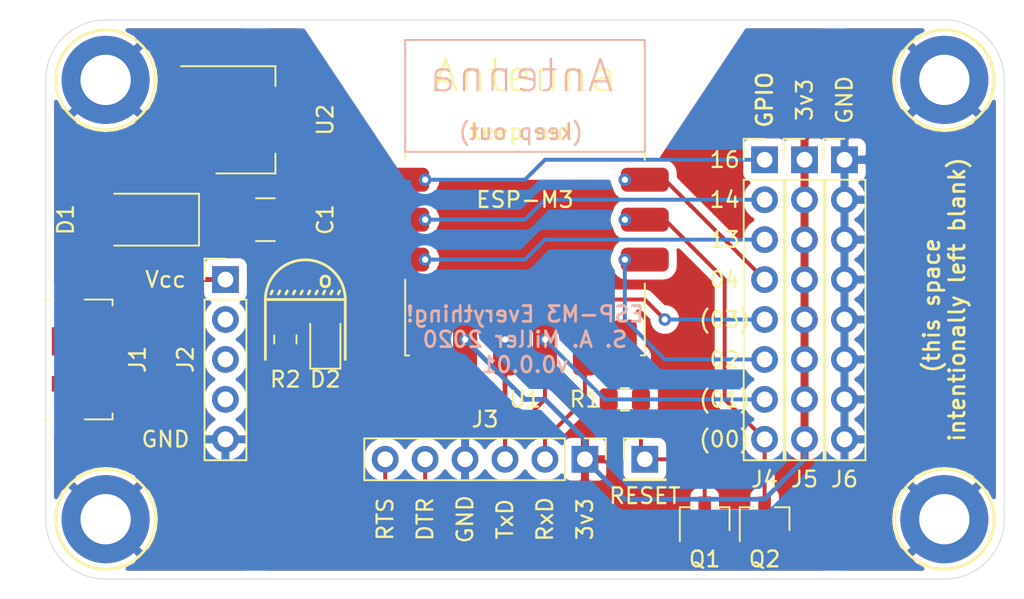
<source format=kicad_pcb>
(kicad_pcb (version 20211014) (generator pcbnew)
  (layers (0 "F.Cu" signal) (31 "B.Cu" signal) (34 "B.Paste" user) (35 "F.Paste" user) (36 "B.SilkS" user "B.Silkscreen") (37 "F.SilkS" user "F.Silkscreen") (38 "B.Mask" user) (39 "F.Mask" user) (44 "Edge.Cuts" user))
  (net 0 "")
  (net 1 "Net-(J1-Pad4)")
  (net 2 "Net-(J1-Pad3)")
  (net 3 "Net-(J1-Pad2)")
  (net 4 "Net-(J2-Pad3)")
  (net 5 "Net-(J2-Pad2)")
  (net 6 "GND")
  (net 7 "+5V")
  (net 8 "+3V3")
  (net 9 "Net-(D1-Pad1)")
  (net 10 "Net-(U1-Pad4)")
  (net 11 "Net-(J2-Pad4)")
  (net 12 "Net-(D2-Pad2)")
  (net 13 "/Reset")
  (net 14 "/RTS")
  (net 15 "/DTR")
  (net 16 "/IO4")
  (net 17 "/IO0")
  (net 18 "/IO2")
  (net 19 "/IO13")
  (net 20 "/IO14")
  (net 21 "/IO16")
  (net 22 "/IO1")
  (net 23 "/IO3")
  (footprint "Connector_PinHeader_2.54mm:PinHeader_1x05_P2.54mm_Vertical" (layer "F.Cu") (at 114.3 96.52)
    (fp_text reference "J2" (at -2.54 5.08 90) (layer "F.SilkS"))
    (fp_text value "Conn_01x05_Male")
    (fp_line (start -1.33 1.27) (end 1.33 1.27) (layer "F.SilkS") (width 0.12))
    (fp_line (start -1.33 -1.33) (end 0 -1.33) (layer "F.SilkS") (width 0.12))
    (fp_line (start -1.33 11.49) (end 1.33 11.49) (layer "F.SilkS") (width 0.12))
    (fp_line (start -1.33 0) (end -1.33 -1.33) (layer "F.SilkS") (width 0.12))
    (fp_line (start 1.33 1.27) (end 1.33 11.49) (layer "F.SilkS") (width 0.12))
    (fp_line (start -1.33 1.27) (end -1.33 11.49) (layer "F.SilkS") (width 0.12))
    (pad "1" thru_hole rect locked (at 0 0) (size 1.7 1.7) (drill 1) (layers *.Cu *.Mask) (net 7 "+5V"))
    (pad "2" thru_hole oval locked (at 0 2.54) (size 1.7 1.7) (drill 1) (layers *.Cu *.Mask) (net 5 "Net-(J2-Pad2)"))
    (pad "3" thru_hole oval locked (at 0 5.08) (size 1.7 1.7) (drill 1) (layers *.Cu *.Mask) (net 4 "Net-(J2-Pad3)"))
    (pad "4" thru_hole oval locked (at 0 7.62) (size 1.7 1.7) (drill 1) (layers *.Cu *.Mask) (net 11 "Net-(J2-Pad4)"))
    (pad "5" thru_hole oval locked (at 0 10.16) (size 1.7 1.7) (drill 1) (layers *.Cu *.Mask) (net 6 "GND"))
  )
  (footprint "Connector_PinHeader_2.54mm:PinHeader_1x06_P2.54mm_Vertical" (layer "F.Cu") (at 137.16 107.95 -90)
    (fp_text reference "J3" (at -2.54 6.35 180) (layer "F.SilkS"))
    (fp_text value "Conn_01x06_Male")
    (fp_line (start -1.33 0) (end -1.33 -1.33) (layer "F.SilkS") (width 0.12))
    (fp_line (start -1.33 1.27) (end 1.33 1.27) (layer "F.SilkS") (width 0.12))
    (fp_line (start -1.33 -1.33) (end 0 -1.33) (layer "F.SilkS") (width 0.12))
    (fp_line (start 1.33 1.27) (end 1.33 14.03) (layer "F.SilkS") (width 0.12))
    (fp_line (start -1.33 14.03) (end 1.33 14.03) (layer "F.SilkS") (width 0.12))
    (fp_line (start -1.33 1.27) (end -1.33 14.03) (layer "F.SilkS") (width 0.12))
    (pad "1" thru_hole rect locked (at 0 0 270) (size 1.7 1.7) (drill 1) (layers *.Cu *.Mask) (net 8 "+3V3"))
    (pad "2" thru_hole oval locked (at 0 2.54 270) (size 1.7 1.7) (drill 1) (layers *.Cu *.Mask) (net 23 "/IO3"))
    (pad "3" thru_hole oval locked (at 0 5.08 270) (size 1.7 1.7) (drill 1) (layers *.Cu *.Mask) (net 22 "/IO1"))
    (pad "4" thru_hole oval locked (at 0 7.62 270) (size 1.7 1.7) (drill 1) (layers *.Cu *.Mask) (net 6 "GND"))
    (pad "5" thru_hole oval locked (at 0 10.16 270) (size 1.7 1.7) (drill 1) (layers *.Cu *.Mask) (net 15 "/DTR"))
    (pad "6" thru_hole oval locked (at 0 12.7 270) (size 1.7 1.7) (drill 1) (layers *.Cu *.Mask) (net 14 "/RTS"))
  )
  (footprint "Package_TO_SOT_SMD:SOT-223-3_TabPin2" (layer "F.Cu") (at 115.57 86.36)
    (fp_text reference "U2" (at 5.08 0 270) (layer "F.SilkS"))
    (fp_text value "AMS1117-3.3")
    (fp_line (start 1.91 3.41) (end 1.91 2.15) (layer "F.SilkS") (width 0.12))
    (fp_line (start 1.91 -3.41) (end 1.91 -2.15) (layer "F.SilkS") (width 0.12))
    (fp_line (start -4.1 -3.41) (end 1.91 -3.41) (layer "F.SilkS") (width 0.12))
    (fp_line (start -1.85 3.41) (end 1.91 3.41) (layer "F.SilkS") (width 0.12))
    (pad "1" smd rect locked (at -3.15 -2.3) (size 2 1.5) (layers "F.Cu" "F.Paste" "F.Mask") (net 6 "GND"))
    (pad "2" smd rect locked (at -3.15 0) (size 2 1.5) (layers "F.Cu" "F.Paste" "F.Mask") (net 8 "+3V3"))
    (pad "2" smd rect locked (at 3.15 0) (size 2 3.8) (layers "F.Cu" "F.Paste" "F.Mask") (net 8 "+3V3"))
    (pad "3" smd rect locked (at -3.15 2.3) (size 2 1.5) (layers "F.Cu" "F.Paste" "F.Mask") (net 9 "Net-(D1-Pad1)"))
  )
  (footprint "Connector_USB:USB_Micro-B_Molex_47346-0001" (layer "F.Cu") (at 105.41 101.6 -90)
    (fp_text reference "J1" (at 0 -3.3 -90) (layer "F.SilkS"))
    (fp_text value "USB_B_Micro")
    (fp_line (start 3.81 -1.71) (end 3.43 -1.71) (layer "F.SilkS") (width 0.12))
    (fp_line (start -3.81 0.06) (end -3.81 -1.71) (layer "F.SilkS") (width 0.12))
    (fp_line (start -3.81 2.6) (end -3.81 2.34) (layer "F.SilkS") (width 0.12))
    (fp_line (start -3.81 -1.71) (end -3.43 -1.71) (layer "F.SilkS") (width 0.12))
    (fp_line (start 3.81 2.34) (end 3.81 2.6) (layer "F.SilkS") (width 0.12))
    (fp_line (start 3.81 -1.71) (end 3.81 0.06) (layer "F.SilkS") (width 0.12))
    (pad "1" smd rect locked (at -1.3 -1.46 270) (size 0.45 1.38) (layers "F.Cu" "F.Paste" "F.Mask") (net 7 "+5V"))
    (pad "2" smd rect locked (at -0.65 -1.46 270) (size 0.45 1.38) (layers "F.Cu" "F.Paste" "F.Mask") (net 3 "Net-(J1-Pad2)"))
    (pad "3" smd rect locked (at 0 -1.46 270) (size 0.45 1.38) (layers "F.Cu" "F.Paste" "F.Mask") (net 2 "Net-(J1-Pad3)"))
    (pad "4" smd rect locked (at 0.65 -1.46 270) (size 0.45 1.38) (layers "F.Cu" "F.Paste" "F.Mask") (net 1 "Net-(J1-Pad4)"))
    (pad "5" smd rect locked (at 1.3 -1.46 270) (size 0.45 1.38) (layers "F.Cu" "F.Paste" "F.Mask") (net 6 "GND"))
    (pad "6" smd rect locked (at 1.55 1.2 270) (size 1 1.9) (layers "F.Cu" "F.Paste" "F.Mask") (net 6 "GND"))
    (pad "6" smd rect locked (at 2.4875 -1.375 270) (size 1.425 1.55) (layers "F.Cu" "F.Paste" "F.Mask") (net 6 "GND"))
    (pad "6" smd rect locked (at 3.375 1.2 270) (size 1.65 1.3) (layers "F.Cu" "F.Paste" "F.Mask") (net 6 "GND"))
    (pad "6" smd rect locked (at -1.15 1.2 270) (size 1.8 1.9) (layers "F.Cu" "F.Paste" "F.Mask") (net 6 "GND"))
    (pad "6" smd rect locked (at -3.375 1.2 270) (size 1.65 1.3) (layers "F.Cu" "F.Paste" "F.Mask") (net 6 "GND"))
    (pad "6" smd rect locked (at -2.4875 -1.375 270) (size 1.425 1.55) (layers "F.Cu" "F.Paste" "F.Mask") (net 6 "GND"))
  )
  (footprint "Connector_PinHeader_2.54mm:PinHeader_1x08_P2.54mm_Vertical" (layer "F.Cu") (at 148.59 88.9)
    (fp_text reference "J4" (at 0 20.32) (layer "F.SilkS"))
    (fp_text value "Conn_01x08_Male")
    (fp_line (start 1.33 1.27) (end 1.33 19.11) (layer "F.SilkS") (width 0.12))
    (fp_line (start -1.33 1.27) (end -1.33 19.11) (layer "F.SilkS") (width 0.12))
    (fp_line (start -1.33 19.11) (end 1.33 19.11) (layer "F.SilkS") (width 0.12))
    (fp_line (start -1.33 0) (end -1.33 -1.33) (layer "F.SilkS") (width 0.12))
    (fp_line (start -1.33 -1.33) (end 0 -1.33) (layer "F.SilkS") (width 0.12))
    (fp_line (start -1.33 1.27) (end 1.33 1.27) (layer "F.SilkS") (width 0.12))
    (pad "1" thru_hole rect locked (at 0 0) (size 1.7 1.7) (drill 1) (layers *.Cu *.Mask) (net 21 "/IO16"))
    (pad "2" thru_hole oval locked (at 0 2.54) (size 1.7 1.7) (drill 1) (layers *.Cu *.Mask) (net 20 "/IO14"))
    (pad "3" thru_hole oval locked (at 0 5.08) (size 1.7 1.7) (drill 1) (layers *.Cu *.Mask) (net 19 "/IO13"))
    (pad "4" thru_hole oval locked (at 0 7.62) (size 1.7 1.7) (drill 1) (layers *.Cu *.Mask) (net 16 "/IO4"))
    (pad "5" thru_hole oval locked (at 0 10.16) (size 1.7 1.7) (drill 1) (layers *.Cu *.Mask) (net 23 "/IO3"))
    (pad "6" thru_hole oval locked (at 0 12.7) (size 1.7 1.7) (drill 1) (layers *.Cu *.Mask) (net 18 "/IO2"))
    (pad "7" thru_hole oval locked (at 0 15.24) (size 1.7 1.7) (drill 1) (layers *.Cu *.Mask) (net 22 "/IO1"))
    (pad "8" thru_hole oval locked (at 0 17.78) (size 1.7 1.7) (drill 1) (layers *.Cu *.Mask) (net 17 "/IO0"))
  )
  (footprint "Connector_PinHeader_2.54mm:PinHeader_1x08_P2.54mm_Vertical" (layer "F.Cu") (at 151.13 88.9)
    (fp_text reference "J5" (at 0 20.32) (layer "F.SilkS"))
    (fp_text value "Conn_01x08_Male")
    (fp_line (start 1.33 1.27) (end 1.33 19.11) (layer "F.SilkS") (width 0.12))
    (fp_line (start -1.33 19.11) (end 1.33 19.11) (layer "F.SilkS") (width 0.12))
    (fp_line (start -1.33 1.27) (end -1.33 19.11) (layer "F.SilkS") (width 0.12))
    (fp_line (start -1.33 1.27) (end 1.33 1.27) (layer "F.SilkS") (width 0.12))
    (fp_line (start -1.33 0) (end -1.33 -1.33) (layer "F.SilkS") (width 0.12))
    (fp_line (start -1.33 -1.33) (end 0 -1.33) (layer "F.SilkS") (width 0.12))
    (pad "1" thru_hole rect locked (at 0 0) (size 1.7 1.7) (drill 1) (layers *.Cu *.Mask) (net 8 "+3V3"))
    (pad "2" thru_hole oval locked (at 0 2.54) (size 1.7 1.7) (drill 1) (layers *.Cu *.Mask) (net 8 "+3V3"))
    (pad "3" thru_hole oval locked (at 0 5.08) (size 1.7 1.7) (drill 1) (layers *.Cu *.Mask) (net 8 "+3V3"))
    (pad "4" thru_hole oval locked (at 0 7.62) (size 1.7 1.7) (drill 1) (layers *.Cu *.Mask) (net 8 "+3V3"))
    (pad "5" thru_hole oval locked (at 0 10.16) (size 1.7 1.7) (drill 1) (layers *.Cu *.Mask) (net 8 "+3V3"))
    (pad "6" thru_hole oval locked (at 0 12.7) (size 1.7 1.7) (drill 1) (layers *.Cu *.Mask) (net 8 "+3V3"))
    (pad "7" thru_hole oval locked (at 0 15.24) (size 1.7 1.7) (drill 1) (layers *.Cu *.Mask) (net 8 "+3V3"))
    (pad "8" thru_hole oval locked (at 0 17.78) (size 1.7 1.7) (drill 1) (layers *.Cu *.Mask) (net 8 "+3V3"))
  )
  (footprint "Connector_PinHeader_2.54mm:PinHeader_1x08_P2.54mm_Vertical" (layer "F.Cu") (at 153.67 88.9)
    (fp_text reference "J6" (at 0 20.32) (layer "F.SilkS"))
    (fp_text value "Conn_01x08_Male")
    (fp_line (start -1.33 19.11) (end 1.33 19.11) (layer "F.SilkS") (width 0.12))
    (fp_line (start -1.33 0) (end -1.33 -1.33) (layer "F.SilkS") (width 0.12))
    (fp_line (start -1.33 1.27) (end -1.33 19.11) (layer "F.SilkS") (width 0.12))
    (fp_line (start 1.33 1.27) (end 1.33 19.11) (layer "F.SilkS") (width 0.12))
    (fp_line (start -1.33 -1.33) (end 0 -1.33) (layer "F.SilkS") (width 0.12))
    (fp_line (start -1.33 1.27) (end 1.33 1.27) (layer "F.SilkS") (width 0.12))
    (pad "1" thru_hole rect locked (at 0 0) (size 1.7 1.7) (drill 1) (layers *.Cu *.Mask) (net 6 "GND"))
    (pad "2" thru_hole oval locked (at 0 2.54) (size 1.7 1.7) (drill 1) (layers *.Cu *.Mask) (net 6 "GND"))
    (pad "3" thru_hole oval locked (at 0 5.08) (size 1.7 1.7) (drill 1) (layers *.Cu *.Mask) (net 6 "GND"))
    (pad "4" thru_hole oval locked (at 0 7.62) (size 1.7 1.7) (drill 1) (layers *.Cu *.Mask) (net 6 "GND"))
    (pad "5" thru_hole oval locked (at 0 10.16) (size 1.7 1.7) (drill 1) (layers *.Cu *.Mask) (net 6 "GND"))
    (pad "6" thru_hole oval locked (at 0 12.7) (size 1.7 1.7) (drill 1) (layers *.Cu *.Mask) (net 6 "GND"))
    (pad "7" thru_hole oval locked (at 0 15.24) (size 1.7 1.7) (drill 1) (layers *.Cu *.Mask) (net 6 "GND"))
    (pad "8" thru_hole oval locked (at 0 17.78) (size 1.7 1.7) (drill 1) (layers *.Cu *.Mask) (net 6 "GND"))
  )
  (footprint "Package_TO_SOT_SMD:SOT-23" (layer "F.Cu") (at 144.78 111.76 90)
    (fp_text reference "Q1" (at -2.54 0 180) (layer "F.SilkS"))
    (fp_text value "MMBT3904")
    (fp_line (start 0.76 -1.58) (end -1.4 -1.58) (layer "F.SilkS") (width 0.12))
    (fp_line (start 0.76 1.58) (end 0.76 0.65) (layer "F.SilkS") (width 0.12))
    (fp_line (start 0.76 -1.58) (end 0.76 -0.65) (layer "F.SilkS") (width 0.12))
    (fp_line (start 0.76 1.58) (end -0.7 1.58) (layer "F.SilkS") (width 0.12))
    (pad "1" smd rect locked (at -1 -0.95 90) (size 0.9 0.8) (layers "F.Cu" "F.Paste" "F.Mask") (net 15 "/DTR"))
    (pad "2" smd rect locked (at -1 0.95 90) (size 0.9 0.8) (layers "F.Cu" "F.Paste" "F.Mask") (net 14 "/RTS"))
    (pad "3" smd rect locked (at 1 0 90) (size 0.9 0.8) (layers "F.Cu" "F.Paste" "F.Mask") (net 13 "/Reset"))
  )
  (footprint "Package_TO_SOT_SMD:SOT-23" (layer "F.Cu") (at 148.59 111.76 90)
    (fp_text reference "Q2" (at -2.54 0 180) (layer "F.SilkS"))
    (fp_text value "MMBT3904")
    (fp_line (start 0.76 1.58) (end 0.76 0.65) (layer "F.SilkS") (width 0.12))
    (fp_line (start 0.76 -1.58) (end 0.76 -0.65) (layer "F.SilkS") (width 0.12))
    (fp_line (start 0.76 1.58) (end -0.7 1.58) (layer "F.SilkS") (width 0.12))
    (fp_line (start 0.76 -1.58) (end -1.4 -1.58) (layer "F.SilkS") (width 0.12))
    (pad "1" smd rect locked (at -1 -0.95 90) (size 0.9 0.8) (layers "F.Cu" "F.Paste" "F.Mask") (net 14 "/RTS"))
    (pad "2" smd rect locked (at -1 0.95 90) (size 0.9 0.8) (layers "F.Cu" "F.Paste" "F.Mask") (net 15 "/DTR"))
    (pad "3" smd rect locked (at 1 0 90) (size 0.9 0.8) (layers "F.Cu" "F.Paste" "F.Mask") (net 17 "/IO0"))
  )
  (footprint "Diode_SMD:D_SMA" (layer "F.Cu") (at 109.22 92.71 180)
    (fp_text reference "D1" (at 5.08 0 90) (layer "F.SilkS"))
    (fp_text value "MRA4003T3G")
    (fp_line (start -3.4 1.65) (end 2 1.65) (layer "F.SilkS") (width 0.12))
    (fp_line (start -3.4 -1.65) (end 2 -1.65) (layer "F.SilkS") (width 0.12))
    (fp_line (start -3.4 -1.65) (end -3.4 1.65) (layer "F.SilkS") (width 0.12))
    (pad "1" smd rect locked (at -2 0 180) (size 2.5 1.8) (layers "F.Cu" "F.Paste" "F.Mask") (net 9 "Net-(D1-Pad1)"))
    (pad "2" smd rect locked (at 2 0 180) (size 2.5 1.8) (layers "F.Cu" "F.Paste" "F.Mask") (net 7 "+5V"))
  )
  (footprint "Capacitor_SMD:C_1210_3225Metric_Pad1.42x2.65mm_HandSolder" (layer "F.Cu") (at 116.84 92.71 180)
    (fp_text reference "C1" (at -3.81 0 90) (layer "F.SilkS"))
    (fp_text value "22uf")
    (fp_line (start -0.602064 1.36) (end 0.602064 1.36) (layer "F.SilkS") (width 0.12))
    (fp_line (start -0.602064 -1.36) (end 0.602064 -1.36) (layer "F.SilkS") (width 0.12))
    (pad "1" smd roundrect locked (at -1.4875 0 180) (size 1.425 2.65) (layers "F.Cu" "F.Paste" "F.Mask") (roundrect_rratio 0.175439) (net 8 "+3V3"))
    (pad "2" smd roundrect locked (at 1.4875 0 180) (size 1.425 2.65) (layers "F.Cu" "F.Paste" "F.Mask") (roundrect_rratio 0.175439) (net 6 "GND"))
  )
  (footprint "Resistor_SMD:R_0805_2012Metric_Pad1.15x1.40mm_HandSolder" (layer "F.Cu") (at 139.7 104.14)
    (fp_text reference "R1" (at -2.54 0) (layer "F.SilkS"))
    (fp_text value "10K")
    (fp_line (start -0.261252 0.71) (end 0.261252 0.71) (layer "F.SilkS") (width 0.12))
    (fp_line (start -0.261252 -0.71) (end 0.261252 -0.71) (layer "F.SilkS") (width 0.12))
    (pad "1" smd roundrect locked (at -1.025 0) (size 1.15 1.4) (layers "F.Cu" "F.Paste" "F.Mask") (roundrect_rratio 0.217391) (net 8 "+3V3"))
    (pad "2" smd roundrect locked (at 1.025 0) (size 1.15 1.4) (layers "F.Cu" "F.Paste" "F.Mask") (roundrect_rratio 0.217391) (net 13 "/Reset"))
  )
  (footprint "LED_SMD:LED_0805_2012Metric_Pad1.15x1.40mm_HandSolder" (layer "F.Cu") (at 120.65 100.33 90)
    (fp_text reference "D2" (at -2.54 0 180) (layer "F.SilkS"))
    (fp_text value "LED")
    (fp_line (start -1.86 -0.96) (end -1.86 0.96) (layer "F.SilkS") (width 0.12))
    (fp_line (start -1.86 0.96) (end 1 0.96) (layer "F.SilkS") (width 0.12))
    (fp_line (start 1 -0.96) (end -1.86 -0.96) (layer "F.SilkS") (width 0.12))
    (pad "1" smd roundrect locked (at -1.025 0 90) (size 1.15 1.4) (layers "F.Cu" "F.Paste" "F.Mask") (roundrect_rratio 0.217391) (net 6 "GND"))
    (pad "2" smd roundrect locked (at 1.025 0 90) (size 1.15 1.4) (layers "F.Cu" "F.Paste" "F.Mask") (roundrect_rratio 0.217391) (net 12 "Net-(D2-Pad2)"))
  )
  (footprint "Resistor_SMD:R_0805_2012Metric_Pad1.15x1.40mm_HandSolder" (layer "F.Cu") (at 118.11 100.33 90)
    (fp_text reference "R2" (at -2.54 0 180) (layer "F.SilkS"))
    (fp_text value "10K")
    (fp_line (start -0.261252 0.71) (end 0.261252 0.71) (layer "F.SilkS") (width 0.12))
    (fp_line (start -0.261252 -0.71) (end 0.261252 -0.71) (layer "F.SilkS") (width 0.12))
    (pad "1" smd roundrect locked (at -1.025 0 90) (size 1.15 1.4) (layers "F.Cu" "F.Paste" "F.Mask") (roundrect_rratio 0.217391) (net 12 "Net-(D2-Pad2)"))
    (pad "2" smd roundrect locked (at 1.025 0 90) (size 1.15 1.4) (layers "F.Cu" "F.Paste" "F.Mask") (roundrect_rratio 0.217391) (net 8 "+3V3"))
  )
  (footprint "MountingHole:MountingHole_3.2mm_M3_DIN965_Pad" (layer "F.Cu") (at 160.02 83.82)
    (fp_text reference "REF**" hide)
    (fp_text value "MountingHole_3.2mm_M3_DIN965_Pad" hide)
    (pad "1" thru_hole circle locked (at 0 0) (size 5.599999 5.599999) (drill 3.200001) (layers *.Cu *.Mask) (net 6 "GND"))
  )
  (footprint "MountingHole:MountingHole_3.2mm_M3_DIN965_Pad" (layer "F.Cu") (at 160.02 111.76)
    (fp_text reference "REF**" hide)
    (fp_text value "MountingHole_3.2mm_M3_DIN965_Pad" hide)
    (pad "1" thru_hole circle locked (at 0 0) (size 5.599999 5.599999) (drill 3.200001) (layers *.Cu *.Mask) (net 6 "GND"))
  )
  (footprint "MountingHole:MountingHole_3.2mm_M3_DIN965_Pad" (layer "F.Cu") (at 106.68 83.82)
    (fp_text reference "REF**" hide)
    (fp_text value "MountingHole_3.2mm_M3_DIN965_Pad" hide)
    (pad "1" thru_hole circle locked (at 0 0) (size 5.599999 5.599999) (drill 3.200001) (layers *.Cu *.Mask) (net 6 "GND"))
  )
  (footprint "MountingHole:MountingHole_3.2mm_M3_DIN965_Pad" (layer "F.Cu") (at 106.68 111.76)
    (fp_text reference "REF**" hide)
    (fp_text value "MountingHole_3.2mm_M3_DIN965_Pad" hide)
    (pad "1" thru_hole circle locked (at 0 0) (size 5.599999 5.599999) (drill 3.200001) (layers *.Cu *.Mask) (net 6 "GND"))
  )
  (footprint "ESP-M3:foo" (layer "F.Cu") (at 133.35 91.44)
    (fp_text reference "U1" (at 0 12.7) (layer "F.SilkS"))
    (fp_text value "ESP-M3")
    (fp_text user "(keep out)" (at -0.254 -4.318) (layer "B.SilkS") (effects (justify mirror)))
    (fp_text user "Antenna" (at -0.254 -7.874) (layer "B.SilkS") (effects (font (size 2 2)) (justify mirror)))
    (fp_text user "Antenna" (at 0 -7.874) (layer "F.SilkS") (effects (font (size 2 2))))
    (fp_text user "(keep out)" (at -0.254 -4.318) (layer "F.SilkS"))
    (fp_line (start -7.62 -10.16) (end -7.62 -3.048) (layer "B.SilkS") (width 0.12))
    (fp_line (start 7.62 -10.16) (end -7.62 -10.16) (layer "B.SilkS") (width 0.12))
    (fp_line (start 7.62 -3.048) (end 7.62 -9.906) (layer "B.SilkS") (width 0.12))
    (fp_line (start -7.62 -3.048) (end 7.62 -3.048) (layer "B.SilkS") (width 0.12))
    (fp_line (start 7.62 -9.906) (end 7.62 -10.16) (layer "B.SilkS") (width 0.12))
    (fp_line (start -7.366 9.906) (end -7.62 9.906) (layer "F.SilkS") (width 0.12))
    (fp_line (start 7.62 9.906) (end 7.62 5.334) (layer "F.SilkS") (width 0.12))
    (fp_line (start -7.62 5.08) (end -7.62 9.652) (layer "F.SilkS") (width 0.12))
    (fp_line (start 7.62 -3.048) (end 7.62 -10.16) (layer "F.SilkS") (width 0.12))
    (fp_line (start -7.62 9.906) (end -7.62 9.652) (layer "F.SilkS") (width 0.12))
    (fp_line (start -7.62 -2.54) (end -7.62 -3.048) (layer "F.SilkS") (width 0.12))
    (fp_line (start -7.62 -10.16) (end -7.62 -3.048) (layer "F.SilkS") (width 0.12))
    (fp_line (start 7.62 -10.16) (end -7.62 -10.16) (layer "F.SilkS") (width 0.12))
    (fp_line (start -7.62 -3.048) (end 7.62 -3.048) (layer "F.SilkS") (width 0.12))
    (fp_line (start 7.62 -2.54) (end 7.62 -3.048) (layer "F.SilkS") (width 0.12))
    (fp_line (start 7.366 9.906) (end 7.62 9.906) (layer "F.SilkS") (width 0.12))
    (pad "1" smd roundrect locked (at -7.62 -1.27) (size 3.048 1.524) (layers "F.Cu" "F.Paste" "F.Mask") (net 21 "/IO16"))
    (pad "2" smd roundrect locked (at -7.62 1.27) (size 3.048 1.524) (layers "F.Cu" "F.Paste" "F.Mask") (net 20 "/IO14"))
    (pad "3" smd roundrect locked (at -7.62 3.81) (size 3.048 1.524) (layers "F.Cu" "F.Paste" "F.Mask") (net 19 "/IO13"))
    (pad "4" smd roundrect locked (at -6.35 9.406) (size 1.524 3.548) (layers "F.Cu" "F.Paste" "F.Mask") (net 10 "Net-(U1-Pad4)"))
    (pad "5" smd roundrect locked (at -3.81 9.406) (size 1.524 3.548) (layers "F.Cu" "F.Paste" "F.Mask") (net 8 "+3V3"))
    (pad "6" smd roundrect locked (at -1.27 9.406) (size 1.524 3.548) (layers "F.Cu" "F.Paste" "F.Mask") (net 6 "GND"))
    (pad "7" smd roundrect locked (at 1.27 9.406) (size 1.524 3.548) (layers "F.Cu" "F.Paste" "F.Mask") (net 22 "/IO1"))
    (pad "8" smd roundrect locked (at 3.81 9.406) (size 1.524 3.548) (layers "F.Cu" "F.Paste" "F.Mask") (net 23 "/IO3"))
    (pad "9" smd roundrect locked (at 6.35 9.406) (size 1.524 3.548) (layers "F.Cu" "F.Paste" "F.Mask") (net 13 "/Reset"))
    (pad "10" smd roundrect locked (at 7.62 3.81) (size 3.048 1.524) (layers "F.Cu" "F.Paste" "F.Mask") (net 18 "/IO2"))
    (pad "11" smd roundrect locked (at 7.62 1.27) (size 3.048 1.524) (layers "F.Cu" "F.Paste" "F.Mask") (net 17 "/IO0"))
    (pad "12" smd roundrect locked (at 7.62 -1.27) (size 3.048 1.524) (layers "F.Cu" "F.Paste" "F.Mask") (net 16 "/IO4"))
  )
  (footprint "Connector_PinHeader_2.54mm:PinHeader_1x01_P2.54mm_Vertical" (layer "F.Cu") (at 140.97 107.95)
    (fp_text reference "TP1" hide)
    (fp_text value "RESET" (at 0 2.33) (layer "F.SilkS"))
    (fp_line (start -1.33 -1.33) (end 0 -1.33) (layer "F.SilkS") (width 0.12))
    (fp_line (start -1.33 1.33) (end 1.33 1.33) (layer "F.SilkS") (width 0.12))
    (fp_line (start 1.33 1.27) (end 1.33 1.33) (layer "F.SilkS") (width 0.12))
    (fp_line (start -1.33 1.27) (end -1.33 1.33) (layer "F.SilkS") (width 0.12))
    (fp_line (start -1.33 1.27) (end 1.33 1.27) (layer "F.SilkS") (width 0.12))
    (fp_line (start -1.33 0) (end -1.33 -1.33) (layer "F.SilkS") (width 0.12))
    (pad "1" thru_hole rect locked (at 0 0) (size 1.7 1.7) (drill 1) (layers *.Cu *.Mask) (net 13 "/Reset"))
  )
  (gr_circle (center 106.68 111.76) (end 109.855 111.76) (layer "F.SilkS") (width 0.1778) (fill none))
  (gr_line (start 116.84 97.79) (end 121.92 97.79) (layer "F.SilkS") (width 0.1778))
  (gr_circle (center 160.02 111.76) (end 163.195 111.76) (layer "F.SilkS") (width 0.1778) (fill none))
  (gr_line (start 116.84 97.79) (end 116.84 101.6) (layer "F.SilkS") (width 0.1778))
  (gr_circle (center 106.68 83.82) (end 109.855 83.82) (layer "F.SilkS") (width 0.1778) (fill none))
  (gr_line (start 121.92 97.79) (end 121.92 101.6) (layer "F.SilkS") (width 0.1778))
  (gr_arc (start 116.84 97.79) (mid 119.38 95.25) (end 121.92 97.79) (layer "F.SilkS") (width 0.1778))
  (gr_circle (center 160.02 83.82) (end 163.195 83.82) (layer "F.SilkS") (width 0.1778) (fill none))
  (gr_line (start 160.02 80.01) (end 106.68 80.01) (layer "Edge.Cuts") (width 0.05))
  (gr_line (start 102.87 83.82) (end 102.87 111.76) (layer "Edge.Cuts") (width 0.05))
  (gr_line (start 106.68 115.57) (end 160.02 115.57) (layer "Edge.Cuts") (width 0.05))
  (gr_line (start 163.83 111.76) (end 163.83 83.82) (layer "Edge.Cuts") (width 0.05))
  (gr_arc (start 163.83 111.76) (mid 162.714077 114.454077) (end 160.02 115.57) (layer "Edge.Cuts") (width 0.05))
  (gr_arc (start 160.02 80.01) (mid 162.714077 81.125923) (end 163.83 83.82) (layer "Edge.Cuts") (width 0.05))
  (gr_arc (start 106.68 115.57) (mid 103.985923 114.454077) (end 102.87 111.76) (layer "Edge.Cuts") (width 0.05))
  (gr_arc (start 102.87 83.82) (mid 103.985923 81.125923) (end 106.68 80.01) (layer "Edge.Cuts") (width 0.05))
  (gr_text "ESP-M3 Everything!\nS. A. Miller 2020\nv0.0.01" (at 133.35 100.33) (layer "B.SilkS") (effects (font (size 1 1) (thickness 0.1778)) (justify mirror)))
  (gr_text "16" (at 146.05 88.9) (layer "F.SilkS") (effects (font (size 1 1))))
  (gr_text "Vcc" (at 110.49 96.52) (layer "F.SilkS") (effects (font (size 1 1))))
  (gr_text "o" (at 120.65 96.52) (layer "F.SilkS") (effects (font (size 1 1) (thickness 0.1778))))
  (gr_text "ESP-M3" (at 133.35 91.44) (layer "F.SilkS") (effects (font (size 1 1))))
  (gr_text "13" (at 146.05 93.98) (layer "F.SilkS") (effects (font (size 1 1))))
  (gr_text "(00)" (at 146.05 106.68) (layer "F.SilkS") (effects (font (size 1 1))))
  (gr_text "(03)" (at 146.05 99.06) (layer "F.SilkS") (effects (font (size 1 1))))
  (gr_text "GND" (at 153.67 85.09 90) (layer "F.SilkS") (effects (font (size 1 1))))
  (gr_text "GND" (at 129.54 111.76 90) (layer "F.SilkS") (effects (font (size 1 1))))
  (gr_text "14" (at 146.05 91.44) (layer "F.SilkS") (effects (font (size 1 1))))
  (gr_text "3v3" (at 151.13 85.09 90) (layer "F.SilkS") (effects (font (size 1 1))))
  (gr_text "04" (at 146.05 96.52) (layer "F.SilkS") (effects (font (size 1 1))))
  (gr_text "TxD" (at 132.08 111.76 90) (layer "F.SilkS") (effects (font (size 1 1))))
  (gr_text "02" (at 146.05 101.6) (layer "F.SilkS") (effects (font (size 1 1))))
  (gr_text "RxD" (at 134.62 111.76 90) (layer "F.SilkS") (effects (font (size 1 1))))
  (gr_text "DTR" (at 127 111.76 90) (layer "F.SilkS") (effects (font (size 1 1))))
  (gr_text "(01)" (at 146.05 104.14) (layer "F.SilkS") (effects (font (size 1 1))))
  (gr_text "3v3" (at 137.16 111.76 90) (layer "F.SilkS") (effects (font (size 1 1))))
  (gr_text "(this space \nintentionally left blank)" (at 160.02 97.79 90) (layer "F.SilkS") (effects (font (size 1 1) (thickness 0.1778))))
  (gr_text "''''''''''" (at 119.38 97.79) (layer "F.SilkS") (effects (font (size 1 1) (thickness 0.1778))))
  (gr_text "GPIO" (at 148.59 85.09 90) (layer "F.SilkS") (effects (font (size 1 1) (thickness 0.1778))))
  (gr_text "GND" (at 110.49 106.68) (layer "F.SilkS") (effects (font (size 1 1))))
  (gr_text "RTS" (at 124.46 111.76 90) (layer "F.SilkS") (effects (font (size 1 1))))
  (segment (start 129.54 107.95) (end 129.54 106.68) (width 0.3048) (layer "F.Cu") (net 6))
  (segment (start 114.545 106.435) (end 114.3 106.68) (width 0.3048) (layer "F.Cu") (net 6))
  (segment (start 116.84 106.68) (end 114.3 106.68) (width 0.3048) (layer "F.Cu") (net 6))
  (segment (start 129.54 106.68) (end 132.08 104.14) (width 0.3048) (layer "F.Cu") (net 6))
  (segment (start 132.08 104.14) (end 132.08 101.6) (width 0.3048) (layer "F.Cu") (net 6))
  (segment (start 106.87 102.9) (end 106.87 104.0025) (width 0.3048) (layer "F.Cu") (net 6))
  (segment (start 106.87 104.0025) (end 106.785 104.0875) (width 0.3048) (layer "F.Cu") (net 6))
  (segment (start 120.65 102.87) (end 116.84 106.68) (width 0.3048) (layer "F.Cu") (net 6))
  (segment (start 120.65 101.355) (end 120.65 102.87) (width 0.3048) (layer "F.Cu") (net 6))
  (via (at 132.08 100.33) (size 0.8) (drill 0.4) (layers "F.Cu" "B.Cu") (net 6))
  (segment (start 107.22 93.25) (end 110.49 96.52) (width 0.3048) (layer "F.Cu") (net 7))
  (segment (start 106.87 100.3) (end 107.98 100.3) (width 0.3048) (layer "F.Cu") (net 7))
  (segment (start 111.76 96.52) (end 114.3 96.52) (width 0.3048) (layer "F.Cu") (net 7))
  (segment (start 110.49 96.52) (end 114.3 96.52) (width 0.3048) (layer "F.Cu") (net 7))
  (segment (start 107.22 92.71) (end 107.22 93.25) (width 0.3048) (layer "F.Cu") (net 7))
  (segment (start 107.98 100.3) (end 111.76 96.52) (width 0.3048) (layer "F.Cu") (net 7))
  (segment (start 113.76 95.98) (end 114.3 96.52) (width 0.3048) (layer "F.Cu") (net 7))
  (segment (start 112.42 86.36) (end 118.72 86.36) (width 0.3048) (layer "F.Cu") (net 8))
  (segment (start 138.675 104.14) (end 138.675 105.165) (width 0.3048) (layer "F.Cu") (net 8))
  (segment (start 138.675 105.165) (end 137.16 106.68) (width 0.3048) (layer "F.Cu") (net 8))
  (segment (start 137.16 106.68) (end 137.16 107.95) (width 0.3048) (layer "F.Cu") (net 8))
  (via (at 129.54 100.33) (size 0.8) (drill 0.4) (layers "F.Cu" "B.Cu") (net 8))
  (segment (start 134.62 104.14) (end 137.16 106.68) (width 0.3048) (layer "B.Cu") (net 8))
  (segment (start 129.54 100.33) (end 133.35 104.14) (width 0.3048) (layer "B.Cu") (net 8))
  (segment (start 139.7 110.49) (end 148.59 110.49) (width 0.3048) (layer "B.Cu") (net 8))
  (segment (start 151.13 107.95) (end 151.13 106.68) (width 0.3048) (layer "B.Cu") (net 8))
  (segment (start 137.16 106.68) (end 137.16 107.95) (width 0.3048) (layer "B.Cu") (net 8))
  (segment (start 148.59 110.49) (end 151.13 107.95) (width 0.3048) (layer "B.Cu") (net 8))
  (segment (start 137.16 107.95) (end 139.7 110.49) (width 0.3048) (layer "B.Cu") (net 8))
  (segment (start 133.35 104.14) (end 134.62 104.14) (width 0.3048) (layer "B.Cu") (net 8))
  (segment (start 111.22 92.71) (end 111.22 89.86) (width 0.3048) (layer "F.Cu") (net 9))
  (segment (start 111.22 89.86) (end 112.42 88.66) (width 0.3048) (layer "F.Cu") (net 9))
  (segment (start 120.405 99.305) (end 118.11 101.6) (width 0.25) (layer "F.Cu") (net 12))
  (segment (start 120.65 99.305) (end 120.405 99.305) (width 0.25) (layer "F.Cu") (net 12))
  (segment (start 140.725 101.355) (end 139.7 100.33) (width 0.25) (layer "F.Cu") (net 13))
  (segment (start 140.725 105.41) (end 140.725 107.705) (width 0.25) (layer "F.Cu") (net 13))
  (segment (start 143.51 107.95) (end 140.97 107.95) (width 0.25) (layer "F.Cu") (net 13))
  (segment (start 140.725 105.41) (end 140.725 101.355) (width 0.25) (layer "F.Cu") (net 13))
  (segment (start 144.78 110.76) (end 144.78 109.22) (width 0.25) (layer "F.Cu") (net 13))
  (segment (start 144.78 109.22) (end 143.51 107.95) (width 0.25) (layer "F.Cu") (net 13))
  (segment (start 140.725 107.705) (end 140.97 107.95) (width 0.25) (layer "F.Cu") (net 13))
  (segment (start 145.73 112.76) (end 144.954999 113.535001) (width 0.25) (layer "F.Cu") (net 14))
  (segment (start 144.954999 113.535001) (end 127.505001 113.535001) (width 0.25) (layer "F.Cu") (net 14))
  (segment (start 145.73 112.76) (end 147.05 112.76) (width 0.25) (layer "F.Cu") (net 14))
  (segment (start 124.46 110.49) (end 124.46 107.95) (width 0.25) (layer "F.Cu") (net 14))
  (segment (start 127.505001 113.535001) (end 124.46 110.49) (width 0.25) (layer "F.Cu") (net 14))
  (segment (start 147.05 112.76) (end 147.32 113.03) (width 0.25) (layer "F.Cu") (net 14))
  (segment (start 149.54 112.76) (end 148.54 111.76) (width 0.25) (layer "F.Cu") (net 15))
  (segment (start 148.54 111.76) (end 144.78 111.76) (width 0.25) (layer "F.Cu") (net 15))
  (segment (start 143.83 112.76) (end 129.27 112.76) (width 0.25) (layer "F.Cu") (net 15))
  (segment (start 129.27 112.76) (end 127 110.49) (width 0.25) (layer "F.Cu") (net 15))
  (segment (start 127 110.49) (end 127 107.95) (width 0.25) (layer "F.Cu") (net 15))
  (segment (start 144.78 111.76) (end 143.51 113.03) (width 0.25) (layer "F.Cu") (net 15))
  (segment (start 148.59 96.52) (end 142.24 90.17) (width 0.25) (layer "F.Cu") (net 16))
  (segment (start 142.24 90.17) (end 140.97 90.17) (width 0.25) (layer "F.Cu") (net 16))
  (via (at 139.7 90.17) (size 0.8) (drill 0.4) (layers "F.Cu" "B.Cu") (net 16))
  (segment (start 147.32 105.41) (end 146.05 104.14) (width 0.25) (layer "F.Cu") (net 17))
  (segment (start 148.59 110.76) (end 148.59 106.68) (width 0.25) (layer "F.Cu") (net 17))
  (segment (start 146.05 104.14) (end 146.05 96.52) (width 0.25) (layer "F.Cu") (net 17))
  (segment (start 146.05 96.52) (end 142.24 92.71) (width 0.25) (layer "F.Cu") (net 17))
  (segment (start 142.24 92.71) (end 140.97 92.71) (width 0.25) (layer "F.Cu") (net 17))
  (segment (start 148.59 106.68) (end 147.32 105.41) (width 0.25) (layer "F.Cu") (net 17))
  (via (at 139.7 92.71) (size 0.8) (drill 0.4) (layers "F.Cu" "B.Cu") (net 17))
  (via (at 139.7 95.25) (size 0.8) (drill 0.4) (layers "F.Cu" "B.Cu") (net 18))
  (segment (start 139.7 99.06) (end 139.7 95.25) (width 0.25) (layer "B.Cu") (net 18))
  (segment (start 148.59 101.6) (end 142.24 101.6) (width 0.25) (layer "B.Cu") (net 18))
  (segment (start 142.24 101.6) (end 139.7 99.06) (width 0.25) (layer "B.Cu") (net 18))
  (via (at 127 95.25) (size 0.8) (drill 0.4) (layers "F.Cu" "B.Cu") (net 19))
  (segment (start 127 95.25) (end 133.35 95.25) (width 0.25) (layer "B.Cu") (net 19))
  (segment (start 134.62 93.98) (end 148.59 93.98) (width 0.25) (layer "B.Cu") (net 19))
  (segment (start 133.35 95.25) (end 134.62 93.98) (width 0.25) (layer "B.Cu") (net 19))
  (via (at 127 92.71) (size 0.8) (drill 0.4) (layers "F.Cu" "B.Cu") (net 20))
  (segment (start 133.35 92.71) (end 134.62 91.44) (width 0.25) (layer "B.Cu") (net 20))
  (segment (start 134.62 91.44) (end 148.59 91.44) (width 0.25) (layer "B.Cu") (net 20))
  (segment (start 127 92.71) (end 133.35 92.71) (width 0.25) (layer "B.Cu") (net 20))
  (via (at 127 90.17) (size 0.8) (drill 0.4) (layers "F.Cu" "B.Cu") (net 21))
  (segment (start 127 90.17) (end 133.35 90.17) (width 0.25) (layer "B.Cu") (net 21))
  (segment (start 133.35 90.17) (end 134.62 88.9) (width 0.25) (layer "B.Cu") (net 21))
  (segment (start 134.62 88.9) (end 148.59 88.9) (width 0.25) (layer "B.Cu") (net 21))
  (segment (start 134.62 104.14) (end 134.62 101.6) (width 0.25) (layer "F.Cu") (net 22))
  (segment (start 132.08 107.95) (end 132.08 106.68) (width 0.25) (layer "F.Cu") (net 22))
  (segment (start 132.08 106.68) (end 134.62 104.14) (width 0.25) (layer "F.Cu") (net 22))
  (via (at 134.62 100.33) (size 0.8) (drill 0.4) (layers "F.Cu" "B.Cu") (net 22))
  (segment (start 148.59 104.14) (end 138.43 104.14) (width 0.25) (layer "B.Cu") (net 22))
  (segment (start 138.43 104.14) (end 134.62 100.33) (width 0.25) (layer "B.Cu") (net 22))
  (segment (start 134.62 106.68) (end 137.16 104.14) (width 0.25) (layer "F.Cu") (net 23))
  (segment (start 142.24 99.06) (end 140.97 97.79) (width 0.25) (layer "F.Cu") (net 23))
  (segment (start 137.16 99.06) (end 137.16 101.6) (width 0.25) (layer "F.Cu") (net 23))
  (segment (start 137.16 104.14) (end 137.16 101.6) (width 0.25) (layer "F.Cu") (net 23))
  (segment (start 134.62 107.95) (end 134.62 106.68) (width 0.25) (layer "F.Cu") (net 23))
  (segment (start 140.97 97.79) (end 138.43 97.79) (width 0.25) (layer "F.Cu") (net 23))
  (segment (start 138.43 97.79) (end 137.16 99.06) (width 0.25) (layer "F.Cu") (net 23))
  (via (at 142.24 99.06) (size 0.8) (drill 0.4) (layers "F.Cu" "B.Cu") (net 23))
  (segment (start 142.24 99.06) (end 142.24 99.06) (width 0.25) (layer "B.Cu") (net 23))
  (segment (start 148.59 99.06) (end 142.24 99.06) (width 0.25) (layer "B.Cu") (net 23))
  (zone (net 6) (net_name "GND") (layer "F.Cu") (connect_pads (clearance 0.508)) (min_thickness 0.254) (fill yes (thermal_gap 0.508) (thermal_bridge_width 0.508))
    (polygon (pts (xy 165.1 116.84) (xy 153.67 116.84) (xy 153.67 78.74) (xy 165.1 78.74)))
  )
  (zone (net 6) (net_name "GND") (layer "F.Cu") (connect_pads (clearance 0.508)) (min_thickness 0.254) (fill yes (thermal_gap 0.508) (thermal_bridge_width 0.508))
    (polygon (pts (xy 115.57 116.84) (xy 101.6 116.84) (xy 101.6 78.74) (xy 115.57 78.74)))
  )
  (zone (net 8) (net_name "+3V3") (layer "F.Cu") (connect_pads (clearance 0.508)) (min_thickness 0.254) (fill yes (thermal_gap 0.508) (thermal_bridge_width 0.508))
    (polygon (pts (xy 117.678679 78.74) (xy 125.73 90.17) (xy 140.97 90.17) (xy 148.59 78.74) (xy 152.4 78.74) (xy 152.4 116.84) (xy 116.84 116.84) (xy 116.84 81.28) (xy 116.84 78.74)))
  )
  (zone (net 6) (net_name "GND") (layer "B.Cu") (connect_pads (clearance 0.508)) (min_thickness 0.254) (fill yes (thermal_gap 0.508) (thermal_bridge_width 0.508))
    (polygon (pts (xy 125.73 90.17) (xy 140.97 90.17) (xy 148.59 78.74) (xy 165.1 78.74) (xy 165.1 116.84) (xy 101.6 116.84) (xy 101.6 78.74) (xy 118.11 78.74)))
  )
)
</source>
